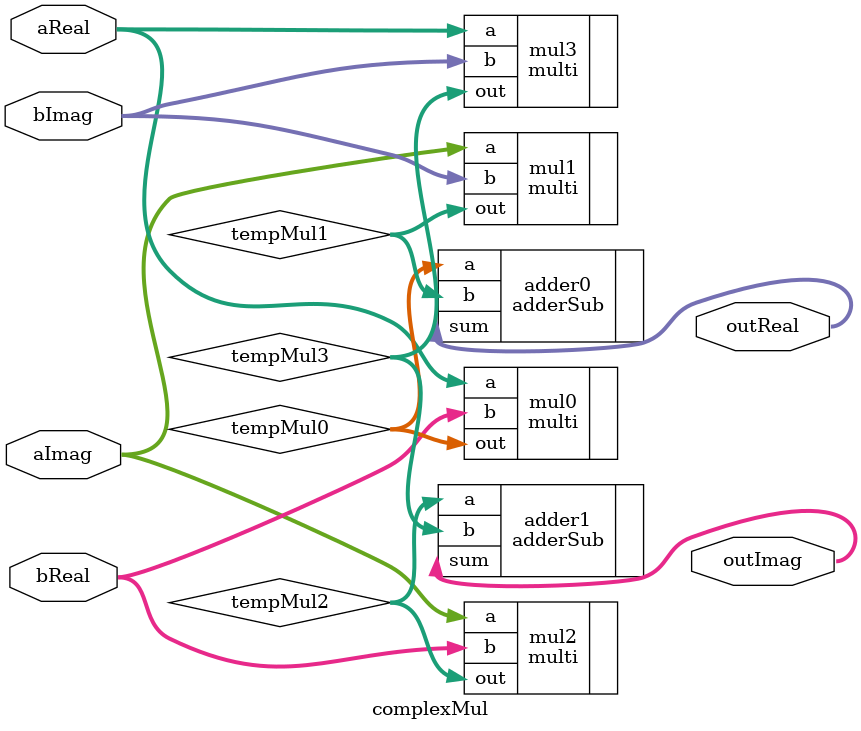
<source format=v>

`define SUB 1
`define SUM 0

module complexMul#(parameter WIDTH = 8) 
(
	input  [WIDTH-1:0]aReal, 
	input  [WIDTH-1:0]aImag, 
	input  [WIDTH-1:0]bReal,
	input  [WIDTH-1:0]bImag,
	output  [2*WIDTH-1:0]outReal,
	output  [2*WIDTH-1:0]outImag
);

wire [2*WIDTH-1:0]tempMul0; 
wire [2*WIDTH-1:0]tempMul1; 
wire [2*WIDTH-1:0]tempMul2; 
wire [2*WIDTH-1:0]tempMul3; 

multi#(.WIDTH(WIDTH)) mul0
(
	.a(aReal),
	.b(bReal),
	.out(tempMul0)
);

multi#(.WIDTH(WIDTH)) mul1
(
	.a(aImag),
	.b(bImag),
	.out(tempMul1)
);

multi#(.WIDTH(WIDTH)) mul2
(
	.a(aImag),
	.b(bReal),
	.out(tempMul2)
);

multi#(.WIDTH(WIDTH)) mul3
(
	.a(aReal),
	.b(bImag),
	.out(tempMul3)
);

adderSub#(.WIDTH(2*WIDTH),.OP(`SUB)) adder0
(
	.a(tempMul0),
	.b(tempMul1),
	.sum(outReal)
);

adderSub#(.WIDTH(2*WIDTH),.OP(`SUM)) adder1
(
	.a(tempMul2),
	.b(tempMul3),
	.sum(outImag)
);
/*
mux21#(.WIDTH(WIDTH)) mux021
(
	.a(),
	.b(),
	.
);
*/
endmodule
</source>
